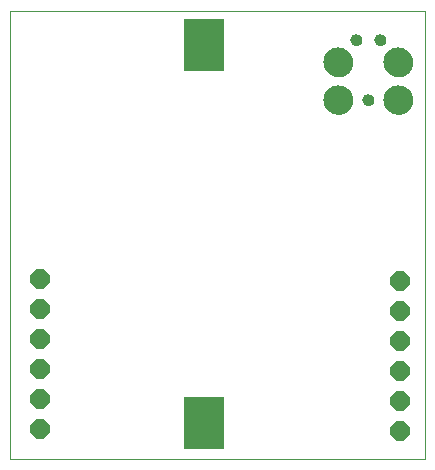
<source format=gbs>
G75*
%MOIN*%
%OFA0B0*%
%FSLAX25Y25*%
%IPPOS*%
%LPD*%
%AMOC8*
5,1,8,0,0,1.08239X$1,22.5*
%
%ADD10C,0.00000*%
%ADD11OC8,0.06400*%
%ADD12R,0.13200X0.17400*%
%ADD13C,0.03900*%
%ADD14C,0.09750*%
D10*
X0004867Y0001000D02*
X0004867Y0150331D01*
X0143095Y0150331D01*
X0143095Y0001000D01*
X0004867Y0001000D01*
X0109483Y0120685D02*
X0109485Y0120822D01*
X0109491Y0120958D01*
X0109501Y0121094D01*
X0109515Y0121230D01*
X0109533Y0121366D01*
X0109555Y0121501D01*
X0109580Y0121635D01*
X0109610Y0121768D01*
X0109644Y0121900D01*
X0109681Y0122032D01*
X0109722Y0122162D01*
X0109768Y0122291D01*
X0109816Y0122419D01*
X0109869Y0122545D01*
X0109925Y0122669D01*
X0109985Y0122792D01*
X0110048Y0122913D01*
X0110115Y0123032D01*
X0110185Y0123149D01*
X0110259Y0123265D01*
X0110336Y0123377D01*
X0110416Y0123488D01*
X0110500Y0123596D01*
X0110587Y0123702D01*
X0110676Y0123805D01*
X0110769Y0123905D01*
X0110864Y0124003D01*
X0110963Y0124098D01*
X0111064Y0124190D01*
X0111168Y0124278D01*
X0111274Y0124364D01*
X0111383Y0124447D01*
X0111494Y0124526D01*
X0111607Y0124603D01*
X0111723Y0124676D01*
X0111840Y0124745D01*
X0111960Y0124811D01*
X0112081Y0124873D01*
X0112205Y0124932D01*
X0112330Y0124988D01*
X0112456Y0125039D01*
X0112584Y0125087D01*
X0112713Y0125131D01*
X0112844Y0125172D01*
X0112976Y0125208D01*
X0113108Y0125241D01*
X0113242Y0125269D01*
X0113376Y0125294D01*
X0113511Y0125315D01*
X0113647Y0125332D01*
X0113783Y0125345D01*
X0113919Y0125354D01*
X0114056Y0125359D01*
X0114192Y0125360D01*
X0114329Y0125357D01*
X0114465Y0125350D01*
X0114601Y0125339D01*
X0114737Y0125324D01*
X0114872Y0125305D01*
X0115007Y0125282D01*
X0115141Y0125255D01*
X0115274Y0125225D01*
X0115406Y0125190D01*
X0115538Y0125152D01*
X0115667Y0125110D01*
X0115796Y0125064D01*
X0115923Y0125014D01*
X0116049Y0124960D01*
X0116173Y0124903D01*
X0116296Y0124843D01*
X0116416Y0124778D01*
X0116535Y0124711D01*
X0116651Y0124640D01*
X0116766Y0124565D01*
X0116878Y0124487D01*
X0116988Y0124406D01*
X0117096Y0124322D01*
X0117201Y0124234D01*
X0117303Y0124144D01*
X0117403Y0124051D01*
X0117500Y0123954D01*
X0117594Y0123855D01*
X0117685Y0123754D01*
X0117773Y0123649D01*
X0117858Y0123542D01*
X0117940Y0123433D01*
X0118019Y0123321D01*
X0118094Y0123207D01*
X0118166Y0123091D01*
X0118235Y0122973D01*
X0118300Y0122853D01*
X0118362Y0122731D01*
X0118420Y0122607D01*
X0118474Y0122482D01*
X0118525Y0122355D01*
X0118571Y0122227D01*
X0118615Y0122097D01*
X0118654Y0121966D01*
X0118690Y0121834D01*
X0118721Y0121701D01*
X0118749Y0121568D01*
X0118773Y0121433D01*
X0118793Y0121298D01*
X0118809Y0121162D01*
X0118821Y0121026D01*
X0118829Y0120890D01*
X0118833Y0120753D01*
X0118833Y0120617D01*
X0118829Y0120480D01*
X0118821Y0120344D01*
X0118809Y0120208D01*
X0118793Y0120072D01*
X0118773Y0119937D01*
X0118749Y0119802D01*
X0118721Y0119669D01*
X0118690Y0119536D01*
X0118654Y0119404D01*
X0118615Y0119273D01*
X0118571Y0119143D01*
X0118525Y0119015D01*
X0118474Y0118888D01*
X0118420Y0118763D01*
X0118362Y0118639D01*
X0118300Y0118517D01*
X0118235Y0118397D01*
X0118166Y0118279D01*
X0118094Y0118163D01*
X0118019Y0118049D01*
X0117940Y0117937D01*
X0117858Y0117828D01*
X0117773Y0117721D01*
X0117685Y0117616D01*
X0117594Y0117515D01*
X0117500Y0117416D01*
X0117403Y0117319D01*
X0117303Y0117226D01*
X0117201Y0117136D01*
X0117096Y0117048D01*
X0116988Y0116964D01*
X0116878Y0116883D01*
X0116766Y0116805D01*
X0116651Y0116730D01*
X0116535Y0116659D01*
X0116416Y0116592D01*
X0116296Y0116527D01*
X0116173Y0116467D01*
X0116049Y0116410D01*
X0115923Y0116356D01*
X0115796Y0116306D01*
X0115667Y0116260D01*
X0115538Y0116218D01*
X0115406Y0116180D01*
X0115274Y0116145D01*
X0115141Y0116115D01*
X0115007Y0116088D01*
X0114872Y0116065D01*
X0114737Y0116046D01*
X0114601Y0116031D01*
X0114465Y0116020D01*
X0114329Y0116013D01*
X0114192Y0116010D01*
X0114056Y0116011D01*
X0113919Y0116016D01*
X0113783Y0116025D01*
X0113647Y0116038D01*
X0113511Y0116055D01*
X0113376Y0116076D01*
X0113242Y0116101D01*
X0113108Y0116129D01*
X0112976Y0116162D01*
X0112844Y0116198D01*
X0112713Y0116239D01*
X0112584Y0116283D01*
X0112456Y0116331D01*
X0112330Y0116382D01*
X0112205Y0116438D01*
X0112081Y0116497D01*
X0111960Y0116559D01*
X0111840Y0116625D01*
X0111723Y0116694D01*
X0111607Y0116767D01*
X0111494Y0116844D01*
X0111383Y0116923D01*
X0111274Y0117006D01*
X0111168Y0117092D01*
X0111064Y0117180D01*
X0110963Y0117272D01*
X0110864Y0117367D01*
X0110769Y0117465D01*
X0110676Y0117565D01*
X0110587Y0117668D01*
X0110500Y0117774D01*
X0110416Y0117882D01*
X0110336Y0117993D01*
X0110259Y0118105D01*
X0110185Y0118221D01*
X0110115Y0118338D01*
X0110048Y0118457D01*
X0109985Y0118578D01*
X0109925Y0118701D01*
X0109869Y0118825D01*
X0109816Y0118951D01*
X0109768Y0119079D01*
X0109722Y0119208D01*
X0109681Y0119338D01*
X0109644Y0119470D01*
X0109610Y0119602D01*
X0109580Y0119735D01*
X0109555Y0119869D01*
X0109533Y0120004D01*
X0109515Y0120140D01*
X0109501Y0120276D01*
X0109491Y0120412D01*
X0109485Y0120548D01*
X0109483Y0120685D01*
X0109483Y0133185D02*
X0109485Y0133322D01*
X0109491Y0133458D01*
X0109501Y0133594D01*
X0109515Y0133730D01*
X0109533Y0133866D01*
X0109555Y0134001D01*
X0109580Y0134135D01*
X0109610Y0134268D01*
X0109644Y0134400D01*
X0109681Y0134532D01*
X0109722Y0134662D01*
X0109768Y0134791D01*
X0109816Y0134919D01*
X0109869Y0135045D01*
X0109925Y0135169D01*
X0109985Y0135292D01*
X0110048Y0135413D01*
X0110115Y0135532D01*
X0110185Y0135649D01*
X0110259Y0135765D01*
X0110336Y0135877D01*
X0110416Y0135988D01*
X0110500Y0136096D01*
X0110587Y0136202D01*
X0110676Y0136305D01*
X0110769Y0136405D01*
X0110864Y0136503D01*
X0110963Y0136598D01*
X0111064Y0136690D01*
X0111168Y0136778D01*
X0111274Y0136864D01*
X0111383Y0136947D01*
X0111494Y0137026D01*
X0111607Y0137103D01*
X0111723Y0137176D01*
X0111840Y0137245D01*
X0111960Y0137311D01*
X0112081Y0137373D01*
X0112205Y0137432D01*
X0112330Y0137488D01*
X0112456Y0137539D01*
X0112584Y0137587D01*
X0112713Y0137631D01*
X0112844Y0137672D01*
X0112976Y0137708D01*
X0113108Y0137741D01*
X0113242Y0137769D01*
X0113376Y0137794D01*
X0113511Y0137815D01*
X0113647Y0137832D01*
X0113783Y0137845D01*
X0113919Y0137854D01*
X0114056Y0137859D01*
X0114192Y0137860D01*
X0114329Y0137857D01*
X0114465Y0137850D01*
X0114601Y0137839D01*
X0114737Y0137824D01*
X0114872Y0137805D01*
X0115007Y0137782D01*
X0115141Y0137755D01*
X0115274Y0137725D01*
X0115406Y0137690D01*
X0115538Y0137652D01*
X0115667Y0137610D01*
X0115796Y0137564D01*
X0115923Y0137514D01*
X0116049Y0137460D01*
X0116173Y0137403D01*
X0116296Y0137343D01*
X0116416Y0137278D01*
X0116535Y0137211D01*
X0116651Y0137140D01*
X0116766Y0137065D01*
X0116878Y0136987D01*
X0116988Y0136906D01*
X0117096Y0136822D01*
X0117201Y0136734D01*
X0117303Y0136644D01*
X0117403Y0136551D01*
X0117500Y0136454D01*
X0117594Y0136355D01*
X0117685Y0136254D01*
X0117773Y0136149D01*
X0117858Y0136042D01*
X0117940Y0135933D01*
X0118019Y0135821D01*
X0118094Y0135707D01*
X0118166Y0135591D01*
X0118235Y0135473D01*
X0118300Y0135353D01*
X0118362Y0135231D01*
X0118420Y0135107D01*
X0118474Y0134982D01*
X0118525Y0134855D01*
X0118571Y0134727D01*
X0118615Y0134597D01*
X0118654Y0134466D01*
X0118690Y0134334D01*
X0118721Y0134201D01*
X0118749Y0134068D01*
X0118773Y0133933D01*
X0118793Y0133798D01*
X0118809Y0133662D01*
X0118821Y0133526D01*
X0118829Y0133390D01*
X0118833Y0133253D01*
X0118833Y0133117D01*
X0118829Y0132980D01*
X0118821Y0132844D01*
X0118809Y0132708D01*
X0118793Y0132572D01*
X0118773Y0132437D01*
X0118749Y0132302D01*
X0118721Y0132169D01*
X0118690Y0132036D01*
X0118654Y0131904D01*
X0118615Y0131773D01*
X0118571Y0131643D01*
X0118525Y0131515D01*
X0118474Y0131388D01*
X0118420Y0131263D01*
X0118362Y0131139D01*
X0118300Y0131017D01*
X0118235Y0130897D01*
X0118166Y0130779D01*
X0118094Y0130663D01*
X0118019Y0130549D01*
X0117940Y0130437D01*
X0117858Y0130328D01*
X0117773Y0130221D01*
X0117685Y0130116D01*
X0117594Y0130015D01*
X0117500Y0129916D01*
X0117403Y0129819D01*
X0117303Y0129726D01*
X0117201Y0129636D01*
X0117096Y0129548D01*
X0116988Y0129464D01*
X0116878Y0129383D01*
X0116766Y0129305D01*
X0116651Y0129230D01*
X0116535Y0129159D01*
X0116416Y0129092D01*
X0116296Y0129027D01*
X0116173Y0128967D01*
X0116049Y0128910D01*
X0115923Y0128856D01*
X0115796Y0128806D01*
X0115667Y0128760D01*
X0115538Y0128718D01*
X0115406Y0128680D01*
X0115274Y0128645D01*
X0115141Y0128615D01*
X0115007Y0128588D01*
X0114872Y0128565D01*
X0114737Y0128546D01*
X0114601Y0128531D01*
X0114465Y0128520D01*
X0114329Y0128513D01*
X0114192Y0128510D01*
X0114056Y0128511D01*
X0113919Y0128516D01*
X0113783Y0128525D01*
X0113647Y0128538D01*
X0113511Y0128555D01*
X0113376Y0128576D01*
X0113242Y0128601D01*
X0113108Y0128629D01*
X0112976Y0128662D01*
X0112844Y0128698D01*
X0112713Y0128739D01*
X0112584Y0128783D01*
X0112456Y0128831D01*
X0112330Y0128882D01*
X0112205Y0128938D01*
X0112081Y0128997D01*
X0111960Y0129059D01*
X0111840Y0129125D01*
X0111723Y0129194D01*
X0111607Y0129267D01*
X0111494Y0129344D01*
X0111383Y0129423D01*
X0111274Y0129506D01*
X0111168Y0129592D01*
X0111064Y0129680D01*
X0110963Y0129772D01*
X0110864Y0129867D01*
X0110769Y0129965D01*
X0110676Y0130065D01*
X0110587Y0130168D01*
X0110500Y0130274D01*
X0110416Y0130382D01*
X0110336Y0130493D01*
X0110259Y0130605D01*
X0110185Y0130721D01*
X0110115Y0130838D01*
X0110048Y0130957D01*
X0109985Y0131078D01*
X0109925Y0131201D01*
X0109869Y0131325D01*
X0109816Y0131451D01*
X0109768Y0131579D01*
X0109722Y0131708D01*
X0109681Y0131838D01*
X0109644Y0131970D01*
X0109610Y0132102D01*
X0109580Y0132235D01*
X0109555Y0132369D01*
X0109533Y0132504D01*
X0109515Y0132640D01*
X0109501Y0132776D01*
X0109491Y0132912D01*
X0109485Y0133048D01*
X0109483Y0133185D01*
X0118408Y0140685D02*
X0118410Y0140768D01*
X0118416Y0140851D01*
X0118426Y0140934D01*
X0118440Y0141016D01*
X0118457Y0141098D01*
X0118479Y0141178D01*
X0118504Y0141257D01*
X0118533Y0141335D01*
X0118566Y0141412D01*
X0118603Y0141487D01*
X0118642Y0141560D01*
X0118686Y0141631D01*
X0118732Y0141700D01*
X0118782Y0141767D01*
X0118835Y0141831D01*
X0118891Y0141893D01*
X0118950Y0141952D01*
X0119012Y0142008D01*
X0119076Y0142061D01*
X0119143Y0142111D01*
X0119212Y0142157D01*
X0119283Y0142201D01*
X0119356Y0142240D01*
X0119431Y0142277D01*
X0119508Y0142310D01*
X0119586Y0142339D01*
X0119665Y0142364D01*
X0119745Y0142386D01*
X0119827Y0142403D01*
X0119909Y0142417D01*
X0119992Y0142427D01*
X0120075Y0142433D01*
X0120158Y0142435D01*
X0120241Y0142433D01*
X0120324Y0142427D01*
X0120407Y0142417D01*
X0120489Y0142403D01*
X0120571Y0142386D01*
X0120651Y0142364D01*
X0120730Y0142339D01*
X0120808Y0142310D01*
X0120885Y0142277D01*
X0120960Y0142240D01*
X0121033Y0142201D01*
X0121104Y0142157D01*
X0121173Y0142111D01*
X0121240Y0142061D01*
X0121304Y0142008D01*
X0121366Y0141952D01*
X0121425Y0141893D01*
X0121481Y0141831D01*
X0121534Y0141767D01*
X0121584Y0141700D01*
X0121630Y0141631D01*
X0121674Y0141560D01*
X0121713Y0141487D01*
X0121750Y0141412D01*
X0121783Y0141335D01*
X0121812Y0141257D01*
X0121837Y0141178D01*
X0121859Y0141098D01*
X0121876Y0141016D01*
X0121890Y0140934D01*
X0121900Y0140851D01*
X0121906Y0140768D01*
X0121908Y0140685D01*
X0121906Y0140602D01*
X0121900Y0140519D01*
X0121890Y0140436D01*
X0121876Y0140354D01*
X0121859Y0140272D01*
X0121837Y0140192D01*
X0121812Y0140113D01*
X0121783Y0140035D01*
X0121750Y0139958D01*
X0121713Y0139883D01*
X0121674Y0139810D01*
X0121630Y0139739D01*
X0121584Y0139670D01*
X0121534Y0139603D01*
X0121481Y0139539D01*
X0121425Y0139477D01*
X0121366Y0139418D01*
X0121304Y0139362D01*
X0121240Y0139309D01*
X0121173Y0139259D01*
X0121104Y0139213D01*
X0121033Y0139169D01*
X0120960Y0139130D01*
X0120885Y0139093D01*
X0120808Y0139060D01*
X0120730Y0139031D01*
X0120651Y0139006D01*
X0120571Y0138984D01*
X0120489Y0138967D01*
X0120407Y0138953D01*
X0120324Y0138943D01*
X0120241Y0138937D01*
X0120158Y0138935D01*
X0120075Y0138937D01*
X0119992Y0138943D01*
X0119909Y0138953D01*
X0119827Y0138967D01*
X0119745Y0138984D01*
X0119665Y0139006D01*
X0119586Y0139031D01*
X0119508Y0139060D01*
X0119431Y0139093D01*
X0119356Y0139130D01*
X0119283Y0139169D01*
X0119212Y0139213D01*
X0119143Y0139259D01*
X0119076Y0139309D01*
X0119012Y0139362D01*
X0118950Y0139418D01*
X0118891Y0139477D01*
X0118835Y0139539D01*
X0118782Y0139603D01*
X0118732Y0139670D01*
X0118686Y0139739D01*
X0118642Y0139810D01*
X0118603Y0139883D01*
X0118566Y0139958D01*
X0118533Y0140035D01*
X0118504Y0140113D01*
X0118479Y0140192D01*
X0118457Y0140272D01*
X0118440Y0140354D01*
X0118426Y0140436D01*
X0118416Y0140519D01*
X0118410Y0140602D01*
X0118408Y0140685D01*
X0126408Y0140685D02*
X0126410Y0140768D01*
X0126416Y0140851D01*
X0126426Y0140934D01*
X0126440Y0141016D01*
X0126457Y0141098D01*
X0126479Y0141178D01*
X0126504Y0141257D01*
X0126533Y0141335D01*
X0126566Y0141412D01*
X0126603Y0141487D01*
X0126642Y0141560D01*
X0126686Y0141631D01*
X0126732Y0141700D01*
X0126782Y0141767D01*
X0126835Y0141831D01*
X0126891Y0141893D01*
X0126950Y0141952D01*
X0127012Y0142008D01*
X0127076Y0142061D01*
X0127143Y0142111D01*
X0127212Y0142157D01*
X0127283Y0142201D01*
X0127356Y0142240D01*
X0127431Y0142277D01*
X0127508Y0142310D01*
X0127586Y0142339D01*
X0127665Y0142364D01*
X0127745Y0142386D01*
X0127827Y0142403D01*
X0127909Y0142417D01*
X0127992Y0142427D01*
X0128075Y0142433D01*
X0128158Y0142435D01*
X0128241Y0142433D01*
X0128324Y0142427D01*
X0128407Y0142417D01*
X0128489Y0142403D01*
X0128571Y0142386D01*
X0128651Y0142364D01*
X0128730Y0142339D01*
X0128808Y0142310D01*
X0128885Y0142277D01*
X0128960Y0142240D01*
X0129033Y0142201D01*
X0129104Y0142157D01*
X0129173Y0142111D01*
X0129240Y0142061D01*
X0129304Y0142008D01*
X0129366Y0141952D01*
X0129425Y0141893D01*
X0129481Y0141831D01*
X0129534Y0141767D01*
X0129584Y0141700D01*
X0129630Y0141631D01*
X0129674Y0141560D01*
X0129713Y0141487D01*
X0129750Y0141412D01*
X0129783Y0141335D01*
X0129812Y0141257D01*
X0129837Y0141178D01*
X0129859Y0141098D01*
X0129876Y0141016D01*
X0129890Y0140934D01*
X0129900Y0140851D01*
X0129906Y0140768D01*
X0129908Y0140685D01*
X0129906Y0140602D01*
X0129900Y0140519D01*
X0129890Y0140436D01*
X0129876Y0140354D01*
X0129859Y0140272D01*
X0129837Y0140192D01*
X0129812Y0140113D01*
X0129783Y0140035D01*
X0129750Y0139958D01*
X0129713Y0139883D01*
X0129674Y0139810D01*
X0129630Y0139739D01*
X0129584Y0139670D01*
X0129534Y0139603D01*
X0129481Y0139539D01*
X0129425Y0139477D01*
X0129366Y0139418D01*
X0129304Y0139362D01*
X0129240Y0139309D01*
X0129173Y0139259D01*
X0129104Y0139213D01*
X0129033Y0139169D01*
X0128960Y0139130D01*
X0128885Y0139093D01*
X0128808Y0139060D01*
X0128730Y0139031D01*
X0128651Y0139006D01*
X0128571Y0138984D01*
X0128489Y0138967D01*
X0128407Y0138953D01*
X0128324Y0138943D01*
X0128241Y0138937D01*
X0128158Y0138935D01*
X0128075Y0138937D01*
X0127992Y0138943D01*
X0127909Y0138953D01*
X0127827Y0138967D01*
X0127745Y0138984D01*
X0127665Y0139006D01*
X0127586Y0139031D01*
X0127508Y0139060D01*
X0127431Y0139093D01*
X0127356Y0139130D01*
X0127283Y0139169D01*
X0127212Y0139213D01*
X0127143Y0139259D01*
X0127076Y0139309D01*
X0127012Y0139362D01*
X0126950Y0139418D01*
X0126891Y0139477D01*
X0126835Y0139539D01*
X0126782Y0139603D01*
X0126732Y0139670D01*
X0126686Y0139739D01*
X0126642Y0139810D01*
X0126603Y0139883D01*
X0126566Y0139958D01*
X0126533Y0140035D01*
X0126504Y0140113D01*
X0126479Y0140192D01*
X0126457Y0140272D01*
X0126440Y0140354D01*
X0126426Y0140436D01*
X0126416Y0140519D01*
X0126410Y0140602D01*
X0126408Y0140685D01*
X0129483Y0133185D02*
X0129485Y0133322D01*
X0129491Y0133458D01*
X0129501Y0133594D01*
X0129515Y0133730D01*
X0129533Y0133866D01*
X0129555Y0134001D01*
X0129580Y0134135D01*
X0129610Y0134268D01*
X0129644Y0134400D01*
X0129681Y0134532D01*
X0129722Y0134662D01*
X0129768Y0134791D01*
X0129816Y0134919D01*
X0129869Y0135045D01*
X0129925Y0135169D01*
X0129985Y0135292D01*
X0130048Y0135413D01*
X0130115Y0135532D01*
X0130185Y0135649D01*
X0130259Y0135765D01*
X0130336Y0135877D01*
X0130416Y0135988D01*
X0130500Y0136096D01*
X0130587Y0136202D01*
X0130676Y0136305D01*
X0130769Y0136405D01*
X0130864Y0136503D01*
X0130963Y0136598D01*
X0131064Y0136690D01*
X0131168Y0136778D01*
X0131274Y0136864D01*
X0131383Y0136947D01*
X0131494Y0137026D01*
X0131607Y0137103D01*
X0131723Y0137176D01*
X0131840Y0137245D01*
X0131960Y0137311D01*
X0132081Y0137373D01*
X0132205Y0137432D01*
X0132330Y0137488D01*
X0132456Y0137539D01*
X0132584Y0137587D01*
X0132713Y0137631D01*
X0132844Y0137672D01*
X0132976Y0137708D01*
X0133108Y0137741D01*
X0133242Y0137769D01*
X0133376Y0137794D01*
X0133511Y0137815D01*
X0133647Y0137832D01*
X0133783Y0137845D01*
X0133919Y0137854D01*
X0134056Y0137859D01*
X0134192Y0137860D01*
X0134329Y0137857D01*
X0134465Y0137850D01*
X0134601Y0137839D01*
X0134737Y0137824D01*
X0134872Y0137805D01*
X0135007Y0137782D01*
X0135141Y0137755D01*
X0135274Y0137725D01*
X0135406Y0137690D01*
X0135538Y0137652D01*
X0135667Y0137610D01*
X0135796Y0137564D01*
X0135923Y0137514D01*
X0136049Y0137460D01*
X0136173Y0137403D01*
X0136296Y0137343D01*
X0136416Y0137278D01*
X0136535Y0137211D01*
X0136651Y0137140D01*
X0136766Y0137065D01*
X0136878Y0136987D01*
X0136988Y0136906D01*
X0137096Y0136822D01*
X0137201Y0136734D01*
X0137303Y0136644D01*
X0137403Y0136551D01*
X0137500Y0136454D01*
X0137594Y0136355D01*
X0137685Y0136254D01*
X0137773Y0136149D01*
X0137858Y0136042D01*
X0137940Y0135933D01*
X0138019Y0135821D01*
X0138094Y0135707D01*
X0138166Y0135591D01*
X0138235Y0135473D01*
X0138300Y0135353D01*
X0138362Y0135231D01*
X0138420Y0135107D01*
X0138474Y0134982D01*
X0138525Y0134855D01*
X0138571Y0134727D01*
X0138615Y0134597D01*
X0138654Y0134466D01*
X0138690Y0134334D01*
X0138721Y0134201D01*
X0138749Y0134068D01*
X0138773Y0133933D01*
X0138793Y0133798D01*
X0138809Y0133662D01*
X0138821Y0133526D01*
X0138829Y0133390D01*
X0138833Y0133253D01*
X0138833Y0133117D01*
X0138829Y0132980D01*
X0138821Y0132844D01*
X0138809Y0132708D01*
X0138793Y0132572D01*
X0138773Y0132437D01*
X0138749Y0132302D01*
X0138721Y0132169D01*
X0138690Y0132036D01*
X0138654Y0131904D01*
X0138615Y0131773D01*
X0138571Y0131643D01*
X0138525Y0131515D01*
X0138474Y0131388D01*
X0138420Y0131263D01*
X0138362Y0131139D01*
X0138300Y0131017D01*
X0138235Y0130897D01*
X0138166Y0130779D01*
X0138094Y0130663D01*
X0138019Y0130549D01*
X0137940Y0130437D01*
X0137858Y0130328D01*
X0137773Y0130221D01*
X0137685Y0130116D01*
X0137594Y0130015D01*
X0137500Y0129916D01*
X0137403Y0129819D01*
X0137303Y0129726D01*
X0137201Y0129636D01*
X0137096Y0129548D01*
X0136988Y0129464D01*
X0136878Y0129383D01*
X0136766Y0129305D01*
X0136651Y0129230D01*
X0136535Y0129159D01*
X0136416Y0129092D01*
X0136296Y0129027D01*
X0136173Y0128967D01*
X0136049Y0128910D01*
X0135923Y0128856D01*
X0135796Y0128806D01*
X0135667Y0128760D01*
X0135538Y0128718D01*
X0135406Y0128680D01*
X0135274Y0128645D01*
X0135141Y0128615D01*
X0135007Y0128588D01*
X0134872Y0128565D01*
X0134737Y0128546D01*
X0134601Y0128531D01*
X0134465Y0128520D01*
X0134329Y0128513D01*
X0134192Y0128510D01*
X0134056Y0128511D01*
X0133919Y0128516D01*
X0133783Y0128525D01*
X0133647Y0128538D01*
X0133511Y0128555D01*
X0133376Y0128576D01*
X0133242Y0128601D01*
X0133108Y0128629D01*
X0132976Y0128662D01*
X0132844Y0128698D01*
X0132713Y0128739D01*
X0132584Y0128783D01*
X0132456Y0128831D01*
X0132330Y0128882D01*
X0132205Y0128938D01*
X0132081Y0128997D01*
X0131960Y0129059D01*
X0131840Y0129125D01*
X0131723Y0129194D01*
X0131607Y0129267D01*
X0131494Y0129344D01*
X0131383Y0129423D01*
X0131274Y0129506D01*
X0131168Y0129592D01*
X0131064Y0129680D01*
X0130963Y0129772D01*
X0130864Y0129867D01*
X0130769Y0129965D01*
X0130676Y0130065D01*
X0130587Y0130168D01*
X0130500Y0130274D01*
X0130416Y0130382D01*
X0130336Y0130493D01*
X0130259Y0130605D01*
X0130185Y0130721D01*
X0130115Y0130838D01*
X0130048Y0130957D01*
X0129985Y0131078D01*
X0129925Y0131201D01*
X0129869Y0131325D01*
X0129816Y0131451D01*
X0129768Y0131579D01*
X0129722Y0131708D01*
X0129681Y0131838D01*
X0129644Y0131970D01*
X0129610Y0132102D01*
X0129580Y0132235D01*
X0129555Y0132369D01*
X0129533Y0132504D01*
X0129515Y0132640D01*
X0129501Y0132776D01*
X0129491Y0132912D01*
X0129485Y0133048D01*
X0129483Y0133185D01*
X0129483Y0120685D02*
X0129485Y0120822D01*
X0129491Y0120958D01*
X0129501Y0121094D01*
X0129515Y0121230D01*
X0129533Y0121366D01*
X0129555Y0121501D01*
X0129580Y0121635D01*
X0129610Y0121768D01*
X0129644Y0121900D01*
X0129681Y0122032D01*
X0129722Y0122162D01*
X0129768Y0122291D01*
X0129816Y0122419D01*
X0129869Y0122545D01*
X0129925Y0122669D01*
X0129985Y0122792D01*
X0130048Y0122913D01*
X0130115Y0123032D01*
X0130185Y0123149D01*
X0130259Y0123265D01*
X0130336Y0123377D01*
X0130416Y0123488D01*
X0130500Y0123596D01*
X0130587Y0123702D01*
X0130676Y0123805D01*
X0130769Y0123905D01*
X0130864Y0124003D01*
X0130963Y0124098D01*
X0131064Y0124190D01*
X0131168Y0124278D01*
X0131274Y0124364D01*
X0131383Y0124447D01*
X0131494Y0124526D01*
X0131607Y0124603D01*
X0131723Y0124676D01*
X0131840Y0124745D01*
X0131960Y0124811D01*
X0132081Y0124873D01*
X0132205Y0124932D01*
X0132330Y0124988D01*
X0132456Y0125039D01*
X0132584Y0125087D01*
X0132713Y0125131D01*
X0132844Y0125172D01*
X0132976Y0125208D01*
X0133108Y0125241D01*
X0133242Y0125269D01*
X0133376Y0125294D01*
X0133511Y0125315D01*
X0133647Y0125332D01*
X0133783Y0125345D01*
X0133919Y0125354D01*
X0134056Y0125359D01*
X0134192Y0125360D01*
X0134329Y0125357D01*
X0134465Y0125350D01*
X0134601Y0125339D01*
X0134737Y0125324D01*
X0134872Y0125305D01*
X0135007Y0125282D01*
X0135141Y0125255D01*
X0135274Y0125225D01*
X0135406Y0125190D01*
X0135538Y0125152D01*
X0135667Y0125110D01*
X0135796Y0125064D01*
X0135923Y0125014D01*
X0136049Y0124960D01*
X0136173Y0124903D01*
X0136296Y0124843D01*
X0136416Y0124778D01*
X0136535Y0124711D01*
X0136651Y0124640D01*
X0136766Y0124565D01*
X0136878Y0124487D01*
X0136988Y0124406D01*
X0137096Y0124322D01*
X0137201Y0124234D01*
X0137303Y0124144D01*
X0137403Y0124051D01*
X0137500Y0123954D01*
X0137594Y0123855D01*
X0137685Y0123754D01*
X0137773Y0123649D01*
X0137858Y0123542D01*
X0137940Y0123433D01*
X0138019Y0123321D01*
X0138094Y0123207D01*
X0138166Y0123091D01*
X0138235Y0122973D01*
X0138300Y0122853D01*
X0138362Y0122731D01*
X0138420Y0122607D01*
X0138474Y0122482D01*
X0138525Y0122355D01*
X0138571Y0122227D01*
X0138615Y0122097D01*
X0138654Y0121966D01*
X0138690Y0121834D01*
X0138721Y0121701D01*
X0138749Y0121568D01*
X0138773Y0121433D01*
X0138793Y0121298D01*
X0138809Y0121162D01*
X0138821Y0121026D01*
X0138829Y0120890D01*
X0138833Y0120753D01*
X0138833Y0120617D01*
X0138829Y0120480D01*
X0138821Y0120344D01*
X0138809Y0120208D01*
X0138793Y0120072D01*
X0138773Y0119937D01*
X0138749Y0119802D01*
X0138721Y0119669D01*
X0138690Y0119536D01*
X0138654Y0119404D01*
X0138615Y0119273D01*
X0138571Y0119143D01*
X0138525Y0119015D01*
X0138474Y0118888D01*
X0138420Y0118763D01*
X0138362Y0118639D01*
X0138300Y0118517D01*
X0138235Y0118397D01*
X0138166Y0118279D01*
X0138094Y0118163D01*
X0138019Y0118049D01*
X0137940Y0117937D01*
X0137858Y0117828D01*
X0137773Y0117721D01*
X0137685Y0117616D01*
X0137594Y0117515D01*
X0137500Y0117416D01*
X0137403Y0117319D01*
X0137303Y0117226D01*
X0137201Y0117136D01*
X0137096Y0117048D01*
X0136988Y0116964D01*
X0136878Y0116883D01*
X0136766Y0116805D01*
X0136651Y0116730D01*
X0136535Y0116659D01*
X0136416Y0116592D01*
X0136296Y0116527D01*
X0136173Y0116467D01*
X0136049Y0116410D01*
X0135923Y0116356D01*
X0135796Y0116306D01*
X0135667Y0116260D01*
X0135538Y0116218D01*
X0135406Y0116180D01*
X0135274Y0116145D01*
X0135141Y0116115D01*
X0135007Y0116088D01*
X0134872Y0116065D01*
X0134737Y0116046D01*
X0134601Y0116031D01*
X0134465Y0116020D01*
X0134329Y0116013D01*
X0134192Y0116010D01*
X0134056Y0116011D01*
X0133919Y0116016D01*
X0133783Y0116025D01*
X0133647Y0116038D01*
X0133511Y0116055D01*
X0133376Y0116076D01*
X0133242Y0116101D01*
X0133108Y0116129D01*
X0132976Y0116162D01*
X0132844Y0116198D01*
X0132713Y0116239D01*
X0132584Y0116283D01*
X0132456Y0116331D01*
X0132330Y0116382D01*
X0132205Y0116438D01*
X0132081Y0116497D01*
X0131960Y0116559D01*
X0131840Y0116625D01*
X0131723Y0116694D01*
X0131607Y0116767D01*
X0131494Y0116844D01*
X0131383Y0116923D01*
X0131274Y0117006D01*
X0131168Y0117092D01*
X0131064Y0117180D01*
X0130963Y0117272D01*
X0130864Y0117367D01*
X0130769Y0117465D01*
X0130676Y0117565D01*
X0130587Y0117668D01*
X0130500Y0117774D01*
X0130416Y0117882D01*
X0130336Y0117993D01*
X0130259Y0118105D01*
X0130185Y0118221D01*
X0130115Y0118338D01*
X0130048Y0118457D01*
X0129985Y0118578D01*
X0129925Y0118701D01*
X0129869Y0118825D01*
X0129816Y0118951D01*
X0129768Y0119079D01*
X0129722Y0119208D01*
X0129681Y0119338D01*
X0129644Y0119470D01*
X0129610Y0119602D01*
X0129580Y0119735D01*
X0129555Y0119869D01*
X0129533Y0120004D01*
X0129515Y0120140D01*
X0129501Y0120276D01*
X0129491Y0120412D01*
X0129485Y0120548D01*
X0129483Y0120685D01*
X0122408Y0120685D02*
X0122410Y0120768D01*
X0122416Y0120851D01*
X0122426Y0120934D01*
X0122440Y0121016D01*
X0122457Y0121098D01*
X0122479Y0121178D01*
X0122504Y0121257D01*
X0122533Y0121335D01*
X0122566Y0121412D01*
X0122603Y0121487D01*
X0122642Y0121560D01*
X0122686Y0121631D01*
X0122732Y0121700D01*
X0122782Y0121767D01*
X0122835Y0121831D01*
X0122891Y0121893D01*
X0122950Y0121952D01*
X0123012Y0122008D01*
X0123076Y0122061D01*
X0123143Y0122111D01*
X0123212Y0122157D01*
X0123283Y0122201D01*
X0123356Y0122240D01*
X0123431Y0122277D01*
X0123508Y0122310D01*
X0123586Y0122339D01*
X0123665Y0122364D01*
X0123745Y0122386D01*
X0123827Y0122403D01*
X0123909Y0122417D01*
X0123992Y0122427D01*
X0124075Y0122433D01*
X0124158Y0122435D01*
X0124241Y0122433D01*
X0124324Y0122427D01*
X0124407Y0122417D01*
X0124489Y0122403D01*
X0124571Y0122386D01*
X0124651Y0122364D01*
X0124730Y0122339D01*
X0124808Y0122310D01*
X0124885Y0122277D01*
X0124960Y0122240D01*
X0125033Y0122201D01*
X0125104Y0122157D01*
X0125173Y0122111D01*
X0125240Y0122061D01*
X0125304Y0122008D01*
X0125366Y0121952D01*
X0125425Y0121893D01*
X0125481Y0121831D01*
X0125534Y0121767D01*
X0125584Y0121700D01*
X0125630Y0121631D01*
X0125674Y0121560D01*
X0125713Y0121487D01*
X0125750Y0121412D01*
X0125783Y0121335D01*
X0125812Y0121257D01*
X0125837Y0121178D01*
X0125859Y0121098D01*
X0125876Y0121016D01*
X0125890Y0120934D01*
X0125900Y0120851D01*
X0125906Y0120768D01*
X0125908Y0120685D01*
X0125906Y0120602D01*
X0125900Y0120519D01*
X0125890Y0120436D01*
X0125876Y0120354D01*
X0125859Y0120272D01*
X0125837Y0120192D01*
X0125812Y0120113D01*
X0125783Y0120035D01*
X0125750Y0119958D01*
X0125713Y0119883D01*
X0125674Y0119810D01*
X0125630Y0119739D01*
X0125584Y0119670D01*
X0125534Y0119603D01*
X0125481Y0119539D01*
X0125425Y0119477D01*
X0125366Y0119418D01*
X0125304Y0119362D01*
X0125240Y0119309D01*
X0125173Y0119259D01*
X0125104Y0119213D01*
X0125033Y0119169D01*
X0124960Y0119130D01*
X0124885Y0119093D01*
X0124808Y0119060D01*
X0124730Y0119031D01*
X0124651Y0119006D01*
X0124571Y0118984D01*
X0124489Y0118967D01*
X0124407Y0118953D01*
X0124324Y0118943D01*
X0124241Y0118937D01*
X0124158Y0118935D01*
X0124075Y0118937D01*
X0123992Y0118943D01*
X0123909Y0118953D01*
X0123827Y0118967D01*
X0123745Y0118984D01*
X0123665Y0119006D01*
X0123586Y0119031D01*
X0123508Y0119060D01*
X0123431Y0119093D01*
X0123356Y0119130D01*
X0123283Y0119169D01*
X0123212Y0119213D01*
X0123143Y0119259D01*
X0123076Y0119309D01*
X0123012Y0119362D01*
X0122950Y0119418D01*
X0122891Y0119477D01*
X0122835Y0119539D01*
X0122782Y0119603D01*
X0122732Y0119670D01*
X0122686Y0119739D01*
X0122642Y0119810D01*
X0122603Y0119883D01*
X0122566Y0119958D01*
X0122533Y0120035D01*
X0122504Y0120113D01*
X0122479Y0120192D01*
X0122457Y0120272D01*
X0122440Y0120354D01*
X0122426Y0120436D01*
X0122416Y0120519D01*
X0122410Y0120602D01*
X0122408Y0120685D01*
D11*
X0134788Y0060213D03*
X0134788Y0050213D03*
X0134788Y0040213D03*
X0134788Y0030213D03*
X0134788Y0020213D03*
X0134788Y0010213D03*
X0014867Y0011000D03*
X0014867Y0021000D03*
X0014867Y0031000D03*
X0014867Y0041000D03*
X0014867Y0051000D03*
X0014867Y0061000D03*
D12*
X0069434Y0012811D03*
X0069434Y0138795D03*
D13*
X0120158Y0140685D03*
X0128158Y0140685D03*
X0124158Y0120685D03*
D14*
X0114158Y0120685D03*
X0114158Y0133185D03*
X0134158Y0133185D03*
X0134158Y0120685D03*
M02*

</source>
